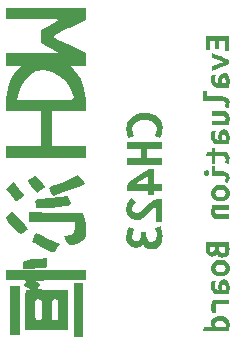
<source format=gbr>
%TF.GenerationSoftware,KiCad,Pcbnew,(6.0.0)*%
%TF.CreationDate,2022-01-19T10:56:36+01:00*%
%TF.ProjectId,CH423_ev_routed,43483432-335f-4657-965f-726f75746564,rev?*%
%TF.SameCoordinates,Original*%
%TF.FileFunction,Legend,Bot*%
%TF.FilePolarity,Positive*%
%FSLAX46Y46*%
G04 Gerber Fmt 4.6, Leading zero omitted, Abs format (unit mm)*
G04 Created by KiCad (PCBNEW (6.0.0)) date 2022-01-19 10:56:36*
%MOMM*%
%LPD*%
G01*
G04 APERTURE LIST*
G04 APERTURE END LIST*
G36*
X112037812Y-71893113D02*
G01*
X111813975Y-72193150D01*
X111747300Y-72483663D01*
X111844931Y-72759888D01*
X112123537Y-72869425D01*
X112375950Y-72781319D01*
X112633125Y-72557481D01*
X112769452Y-72416988D01*
X112911731Y-72266969D01*
X113062941Y-72116950D01*
X113226056Y-71976456D01*
X113402864Y-71852631D01*
X113595150Y-71752619D01*
X113804700Y-71686539D01*
X114033300Y-71664513D01*
X114133313Y-71662131D01*
X114252375Y-71674038D01*
X114252375Y-73598088D01*
X113766600Y-73598088D01*
X113766600Y-72331263D01*
X113609438Y-72381269D01*
X113440369Y-72502713D01*
X113278444Y-72655113D01*
X113142713Y-72797988D01*
X112904588Y-73040875D01*
X112647412Y-73255188D01*
X112373569Y-73407588D01*
X112080675Y-73464738D01*
X111711581Y-73388538D01*
X111447262Y-73183750D01*
X111290100Y-72888475D01*
X111237712Y-72540813D01*
X111261525Y-72292567D01*
X111332962Y-72043131D01*
X111454406Y-71807983D01*
X111628237Y-71602600D01*
X112037812Y-71893113D01*
G37*
G36*
X111507389Y-70245288D02*
G01*
X111735394Y-70054787D01*
X111977686Y-69869050D01*
X112223550Y-69692837D01*
X112468223Y-69528531D01*
X112706944Y-69378512D01*
X112930186Y-69248734D01*
X113128425Y-69145150D01*
X113557050Y-69145150D01*
X113557050Y-70373875D01*
X114252375Y-70373875D01*
X114252375Y-70959663D01*
X113557050Y-70959663D01*
X113557050Y-71278750D01*
X113076038Y-71278750D01*
X113076038Y-70959663D01*
X111304387Y-70959663D01*
X111304387Y-70435788D01*
X111370363Y-70373875D01*
X112037812Y-70373875D01*
X113076038Y-70373875D01*
X113076038Y-69707125D01*
X112804575Y-69850000D01*
X112530731Y-70019069D01*
X112271175Y-70197663D01*
X112037812Y-70373875D01*
X111370363Y-70373875D01*
X111507389Y-70245288D01*
G37*
G36*
X114252375Y-67435412D02*
G01*
X112952213Y-67435412D01*
X112952213Y-68216462D01*
X114252375Y-68216462D01*
X114252375Y-68802250D01*
X111304387Y-68802250D01*
X111304387Y-68216462D01*
X112466437Y-68216462D01*
X112466437Y-67435412D01*
X111304387Y-67435412D01*
X111304387Y-66849625D01*
X114252375Y-66849625D01*
X114252375Y-67435412D01*
G37*
G36*
X114204750Y-74121963D02*
G01*
X114257138Y-74329131D01*
X114297619Y-74562494D01*
X114314288Y-74793475D01*
X114297023Y-75068509D01*
X114245231Y-75303063D01*
X114161888Y-75498325D01*
X114049969Y-75655488D01*
X113752313Y-75860275D01*
X113376075Y-75926950D01*
X113136759Y-75895398D01*
X112933163Y-75800744D01*
X112770047Y-75648939D01*
X112652175Y-75445938D01*
X112404525Y-75712638D01*
X112066387Y-75812650D01*
X111737775Y-75755500D01*
X111473456Y-75579288D01*
X111299625Y-75276869D01*
X111253191Y-75077439D01*
X111237712Y-74845863D01*
X111259739Y-74592855D01*
X111325819Y-74367231D01*
X111499650Y-74026713D01*
X111928275Y-74236263D01*
X111792544Y-74519631D01*
X111737775Y-74850625D01*
X111830644Y-75119706D01*
X112085437Y-75217338D01*
X112266412Y-75172094D01*
X112380712Y-75055413D01*
X112442625Y-74893488D01*
X112461675Y-74712513D01*
X112461675Y-74493438D01*
X112947450Y-74493438D01*
X112947450Y-74674413D01*
X112970667Y-74935159D01*
X113040319Y-75145900D01*
X113168311Y-75285203D01*
X113366550Y-75331638D01*
X113685638Y-75210194D01*
X113782078Y-75044102D01*
X113814225Y-74788713D01*
X113801128Y-74563089D01*
X113761838Y-74371994D01*
X113661825Y-74088625D01*
X114152363Y-73974325D01*
X114204750Y-74121963D01*
G37*
G36*
X113123960Y-64403188D02*
G01*
X113429653Y-64464803D01*
X113693079Y-64567495D01*
X113914238Y-64711262D01*
X114136488Y-64963146D01*
X114269838Y-65280646D01*
X114314288Y-65663762D01*
X114298214Y-65923914D01*
X114249994Y-66151919D01*
X114109500Y-66487675D01*
X113647538Y-66340037D01*
X113752313Y-66099531D01*
X113804700Y-65720912D01*
X113737430Y-65380989D01*
X113535619Y-65151794D01*
X113330038Y-65055221D01*
X113072069Y-64997277D01*
X112761712Y-64977962D01*
X112495012Y-64994036D01*
X112275938Y-65042256D01*
X111963994Y-65208944D01*
X111797306Y-65442306D01*
X111747300Y-65711387D01*
X111797306Y-66066194D01*
X111918750Y-66330512D01*
X111452025Y-66482912D01*
X111394875Y-66385281D01*
X111323437Y-66225737D01*
X111263906Y-66004281D01*
X111237712Y-65720912D01*
X111263311Y-65441711D01*
X111340106Y-65185131D01*
X111466312Y-64956531D01*
X111640144Y-64761269D01*
X111859814Y-64602320D01*
X112123537Y-64482662D01*
X112429528Y-64407653D01*
X112776000Y-64382650D01*
X113123960Y-64403188D01*
G37*
G36*
X102176089Y-70775952D02*
G01*
X102658069Y-71322016D01*
X102299662Y-71586440D01*
X102234365Y-71634245D01*
X102014762Y-71788614D01*
X101910832Y-71850865D01*
X101857103Y-71797731D01*
X101695857Y-71602866D01*
X101470539Y-71314075D01*
X101060670Y-70777286D01*
X101377389Y-70503588D01*
X101694109Y-70229889D01*
X102176089Y-70775952D01*
G37*
G36*
X103630619Y-74557583D02*
G01*
X103844941Y-74651691D01*
X104193743Y-74813885D01*
X104627906Y-75021559D01*
X105616543Y-75500087D01*
X105370741Y-75845284D01*
X105291481Y-75949627D01*
X105089467Y-76116833D01*
X104872658Y-76114501D01*
X104802614Y-76088244D01*
X104533853Y-75964416D01*
X104171884Y-75782861D01*
X103792813Y-75583245D01*
X103472750Y-75405234D01*
X103287801Y-75288495D01*
X103280842Y-75265450D01*
X103318236Y-75097619D01*
X103408431Y-74855393D01*
X103511629Y-74637591D01*
X103588032Y-74543031D01*
X103630619Y-74557583D01*
G37*
G36*
X106294211Y-71434683D02*
G01*
X106426077Y-71632679D01*
X106486449Y-71792252D01*
X106529955Y-71988973D01*
X106484082Y-72128694D01*
X106319946Y-72225158D01*
X106008659Y-72292107D01*
X105521336Y-72343283D01*
X104829091Y-72392429D01*
X104568145Y-72409345D01*
X104126473Y-72432906D01*
X103852875Y-72430096D01*
X103701945Y-72393489D01*
X103628277Y-72315657D01*
X103586464Y-72189173D01*
X103555770Y-72070059D01*
X103527836Y-71868366D01*
X103586427Y-71739760D01*
X103768371Y-71663215D01*
X104110499Y-71617705D01*
X104649639Y-71582204D01*
X104933602Y-71563879D01*
X105429523Y-71522493D01*
X105824905Y-71477607D01*
X106053082Y-71436157D01*
X106088546Y-71426032D01*
X106294211Y-71434683D01*
G37*
G36*
X104561851Y-77051774D02*
G01*
X104552810Y-77258833D01*
X104486351Y-77390636D01*
X104304010Y-77459982D01*
X103947335Y-77510502D01*
X103748076Y-77532161D01*
X103279934Y-77569925D01*
X102893879Y-77585331D01*
X102850008Y-77585320D01*
X102584577Y-77564236D01*
X102475861Y-77467344D01*
X102454938Y-77240501D01*
X102461881Y-77099886D01*
X102510401Y-76974646D01*
X102638994Y-76888183D01*
X102886020Y-76826653D01*
X103289839Y-76776212D01*
X103888809Y-76723017D01*
X104561851Y-76666858D01*
X104561851Y-77051774D01*
G37*
G36*
X105290065Y-72814006D02*
G01*
X107539939Y-72845796D01*
X107687879Y-73138423D01*
X107766470Y-73389837D01*
X107821458Y-73817349D01*
X107832118Y-74294159D01*
X107797113Y-74727481D01*
X107715103Y-75024532D01*
X107707200Y-75038879D01*
X107525147Y-75240245D01*
X107209463Y-75395450D01*
X106709934Y-75529734D01*
X106467772Y-75561263D01*
X106303449Y-75481607D01*
X106153436Y-75233019D01*
X106126470Y-75178028D01*
X106022072Y-74939182D01*
X105995214Y-74827177D01*
X106003337Y-74822121D01*
X106157647Y-74769444D01*
X106434662Y-74693049D01*
X106508006Y-74673567D01*
X106734970Y-74579559D01*
X106838730Y-74414664D01*
X106880332Y-74097275D01*
X106916325Y-73606625D01*
X103040192Y-73606625D01*
X103040192Y-72782216D01*
X105290065Y-72814006D01*
G37*
G36*
X104386955Y-79329894D02*
G01*
X105030054Y-79342109D01*
X106317611Y-79342109D01*
X106317611Y-82736579D01*
X102689040Y-82736579D01*
X102689040Y-81039344D01*
X103508395Y-81039344D01*
X103509470Y-81347685D01*
X103522841Y-81670826D01*
X103564931Y-81840588D01*
X103652179Y-81906284D01*
X103801021Y-81917224D01*
X103903802Y-81913997D01*
X104011515Y-81873886D01*
X104068103Y-81747614D01*
X104090001Y-81485871D01*
X104093648Y-81039344D01*
X104913003Y-81039344D01*
X104914079Y-81347685D01*
X104927449Y-81670826D01*
X104969540Y-81840588D01*
X105056788Y-81906284D01*
X105205630Y-81917224D01*
X105308410Y-81913997D01*
X105416124Y-81873886D01*
X105472711Y-81747614D01*
X105494610Y-81485871D01*
X105498256Y-81039344D01*
X105497181Y-80731003D01*
X105483810Y-80407863D01*
X105441720Y-80238100D01*
X105354472Y-80172405D01*
X105205630Y-80161464D01*
X105102849Y-80164691D01*
X104995136Y-80204802D01*
X104938548Y-80331074D01*
X104916650Y-80592818D01*
X104913003Y-81039344D01*
X104093648Y-81039344D01*
X104092572Y-80731003D01*
X104079202Y-80407863D01*
X104037112Y-80238100D01*
X103949864Y-80172405D01*
X103801021Y-80161464D01*
X103698241Y-80164691D01*
X103590528Y-80204802D01*
X103533940Y-80331074D01*
X103512042Y-80592818D01*
X103508395Y-81039344D01*
X102689040Y-81039344D01*
X102689227Y-80664199D01*
X102692753Y-80112240D01*
X102705071Y-79739939D01*
X102731688Y-79511641D01*
X102778111Y-79391687D01*
X102849847Y-79344421D01*
X102952404Y-79334187D01*
X103111398Y-79325293D01*
X103120730Y-79289660D01*
X102923141Y-79194135D01*
X102715378Y-79098211D01*
X102591768Y-79036506D01*
X102597268Y-78963800D01*
X102683675Y-78766881D01*
X102725698Y-78681987D01*
X102732823Y-78592038D01*
X102630717Y-78544531D01*
X102377759Y-78525945D01*
X101932329Y-78522754D01*
X101050330Y-78522754D01*
X101050330Y-77703400D01*
X107839270Y-77703400D01*
X107839270Y-78522754D01*
X105586044Y-78531995D01*
X105233979Y-78533980D01*
X104521130Y-78543193D01*
X104021561Y-78559311D01*
X103720488Y-78583305D01*
X103603131Y-78616144D01*
X103654708Y-78658800D01*
X103856997Y-78754301D01*
X103971797Y-78903155D01*
X103859547Y-79049482D01*
X103759955Y-79127633D01*
X103761419Y-79225034D01*
X103801021Y-79237853D01*
X103967248Y-79291661D01*
X104386955Y-79329894D01*
G37*
G36*
X102250100Y-73387538D02*
G01*
X102371007Y-73521869D01*
X102653264Y-73846705D01*
X102849551Y-74089345D01*
X102923141Y-74205172D01*
X102923077Y-74206802D01*
X102831426Y-74320052D01*
X102618041Y-74481915D01*
X102469835Y-74572976D01*
X102318884Y-74608099D01*
X102156749Y-74520926D01*
X101905556Y-74290538D01*
X101803341Y-74189521D01*
X101497545Y-73860281D01*
X101260920Y-73569834D01*
X101023668Y-73240417D01*
X101577058Y-72646737D01*
X102250100Y-73387538D01*
G37*
G36*
X107166229Y-78756889D02*
G01*
X107546644Y-78756923D01*
X107546644Y-83321873D01*
X106785814Y-83321833D01*
X106785814Y-78756856D01*
X107166229Y-78756889D01*
G37*
G36*
X104767123Y-58858238D02*
G01*
X103977463Y-58448561D01*
X103976597Y-57362125D01*
X104736994Y-56968937D01*
X104787112Y-56942833D01*
X105146924Y-56743067D01*
X105401265Y-56580420D01*
X105497824Y-56487962D01*
X105497343Y-56486113D01*
X105372501Y-56458959D01*
X105051835Y-56435369D01*
X104571285Y-56416762D01*
X103966791Y-56404557D01*
X103274293Y-56400174D01*
X101050330Y-56400174D01*
X101050330Y-55463768D01*
X107839270Y-55463768D01*
X107839270Y-56479403D01*
X106434662Y-57151389D01*
X106311753Y-57210524D01*
X105809613Y-57459589D01*
X105402571Y-57673361D01*
X105129695Y-57830726D01*
X105030054Y-57910565D01*
X105035031Y-57920238D01*
X105176255Y-58017493D01*
X105482814Y-58186086D01*
X105915389Y-58405205D01*
X106434662Y-58654039D01*
X107839270Y-59310323D01*
X107839270Y-60379897D01*
X106519790Y-60379897D01*
X106845774Y-60701787D01*
X107010765Y-60882856D01*
X107415294Y-61538487D01*
X107689037Y-62349127D01*
X107817697Y-63276902D01*
X107868627Y-64242570D01*
X104913003Y-64242570D01*
X104913003Y-67168837D01*
X107839270Y-67168837D01*
X107839270Y-68222294D01*
X101050330Y-68222294D01*
X101050330Y-67168837D01*
X103976597Y-67168837D01*
X103976597Y-64242570D01*
X101021695Y-64242570D01*
X101068739Y-63306165D01*
X101968135Y-63306165D01*
X104376975Y-63306165D01*
X104889808Y-63306478D01*
X105621805Y-63303786D01*
X106155317Y-63287001D01*
X106513036Y-63244490D01*
X106717653Y-63164622D01*
X106791859Y-63035766D01*
X106758345Y-62846290D01*
X106639802Y-62584562D01*
X106458922Y-62238951D01*
X106110326Y-61708545D01*
X105576287Y-61203051D01*
X104960121Y-60877049D01*
X104297638Y-60748287D01*
X103624652Y-60834509D01*
X103581817Y-60848161D01*
X103083101Y-61130464D01*
X102640581Y-61600682D01*
X102285462Y-62217156D01*
X102048949Y-62938223D01*
X101968135Y-63306165D01*
X101068739Y-63306165D01*
X101073149Y-63218376D01*
X101114784Y-62711651D01*
X101270563Y-61939225D01*
X101545399Y-61305294D01*
X101957109Y-60760312D01*
X102314761Y-60379897D01*
X101050330Y-60379897D01*
X101050330Y-59331496D01*
X104297638Y-59285681D01*
X105556782Y-59267916D01*
X104767123Y-58858238D01*
G37*
G36*
X103553371Y-69751513D02*
G01*
X103723222Y-69873380D01*
X103985941Y-70142054D01*
X104177042Y-70345816D01*
X104367130Y-70552441D01*
X104441874Y-70639534D01*
X104433317Y-70648724D01*
X104296850Y-70740152D01*
X104046260Y-70892379D01*
X103647720Y-71127524D01*
X103285430Y-70676703D01*
X103163588Y-70519421D01*
X102990942Y-70269663D01*
X102923141Y-70129079D01*
X103012500Y-70006557D01*
X103228038Y-69847275D01*
X103229898Y-69846147D01*
X103410794Y-69750939D01*
X103553371Y-69751513D01*
G37*
G36*
X107417440Y-69960581D02*
G01*
X107461974Y-70005948D01*
X107647116Y-70217033D01*
X107722220Y-70343099D01*
X107719499Y-70353969D01*
X107574654Y-70459400D01*
X107217386Y-70623037D01*
X106658831Y-70840191D01*
X105910123Y-71106174D01*
X105092958Y-71387132D01*
X104888532Y-71121533D01*
X104744806Y-70908588D01*
X104710790Y-70717415D01*
X104867053Y-70583027D01*
X105234892Y-70465056D01*
X105502687Y-70383497D01*
X105987508Y-70199710D01*
X106451772Y-69989175D01*
X107112661Y-69655802D01*
X107417440Y-69960581D01*
G37*
G36*
X102220837Y-83204782D02*
G01*
X101401482Y-83204782D01*
X101401482Y-78990957D01*
X102220837Y-78990957D01*
X102220837Y-83204782D01*
G37*
G36*
X119953088Y-80570388D02*
G01*
X118845012Y-80570388D01*
X118814850Y-80732313D01*
X118806912Y-80894238D01*
X118810087Y-80979963D01*
X118821200Y-81084738D01*
X118838662Y-81191100D01*
X118857712Y-81281588D01*
X118495762Y-81351438D01*
X118465600Y-81229200D01*
X118446550Y-81094263D01*
X118435437Y-80968850D01*
X118432262Y-80878363D01*
X118440994Y-80673178D01*
X118467187Y-80495775D01*
X118507669Y-80334247D01*
X118559262Y-80176688D01*
X119953088Y-80176688D01*
X119953088Y-80570388D01*
G37*
G36*
X118884700Y-78166913D02*
G01*
X118750556Y-78105397D01*
X118637050Y-78022450D01*
X118545769Y-77920056D01*
X118478300Y-77800200D01*
X118436628Y-77664866D01*
X118422737Y-77516038D01*
X118762462Y-77516038D01*
X118793022Y-77652959D01*
X118884700Y-77746225D01*
X119026384Y-77799803D01*
X119206963Y-77817663D01*
X119387938Y-77798216D01*
X119530813Y-77739875D01*
X119623681Y-77643434D01*
X119654638Y-77509688D01*
X119623681Y-77372766D01*
X119530813Y-77279500D01*
X119387938Y-77225922D01*
X119206963Y-77208063D01*
X119026384Y-77227509D01*
X118884700Y-77285850D01*
X118793022Y-77382291D01*
X118762462Y-77516038D01*
X118422737Y-77516038D01*
X118436628Y-77369194D01*
X118478300Y-77233463D01*
X118545769Y-77112416D01*
X118637050Y-77009625D01*
X118750556Y-76926281D01*
X118884700Y-76863575D01*
X119036703Y-76824284D01*
X119203788Y-76811188D01*
X119373253Y-76823888D01*
X119526050Y-76861988D01*
X119660591Y-76923503D01*
X119775288Y-77006450D01*
X119868156Y-77108844D01*
X119937213Y-77228700D01*
X119980075Y-77364828D01*
X119994363Y-77516038D01*
X119980075Y-77667247D01*
X119937213Y-77803375D01*
X119868156Y-77922834D01*
X119775288Y-78024038D01*
X119660591Y-78105794D01*
X119526050Y-78166913D01*
X119373253Y-78205013D01*
X119203788Y-78217713D01*
X119036703Y-78205013D01*
X118884700Y-78166913D01*
G37*
G36*
X118092537Y-62958662D02*
G01*
X119359363Y-62958662D01*
X119630428Y-62989619D01*
X119827675Y-63082487D01*
X119947928Y-63242825D01*
X119988013Y-63476187D01*
X119975313Y-63652400D01*
X119945150Y-63784162D01*
X119911813Y-63871475D01*
X119889588Y-63914337D01*
X119575263Y-63863537D01*
X119616538Y-63758762D01*
X119648288Y-63561912D01*
X119594313Y-63409512D01*
X119387938Y-63349187D01*
X117768687Y-63349187D01*
X117768687Y-62545912D01*
X118092537Y-62545912D01*
X118092537Y-62958662D01*
G37*
G36*
X118784687Y-69308662D02*
G01*
X119333963Y-69308662D01*
X119480806Y-69315012D01*
X119610188Y-69334062D01*
X119814975Y-69421375D01*
X119943563Y-69586475D01*
X119976900Y-69701966D01*
X119988013Y-69842062D01*
X119967375Y-70037325D01*
X119889588Y-70264337D01*
X119575263Y-70213537D01*
X119634000Y-70042087D01*
X119648288Y-69911912D01*
X119583200Y-69748400D01*
X119384763Y-69699187D01*
X118460837Y-69699187D01*
X118460837Y-68895912D01*
X118784687Y-68895912D01*
X118784687Y-69308662D01*
G37*
G36*
X118784687Y-67648137D02*
G01*
X119397463Y-67648137D01*
X119566928Y-67657662D01*
X119700675Y-67686237D01*
X119880063Y-67797362D01*
X119965788Y-67975162D01*
X119988013Y-68216462D01*
X119968963Y-68459350D01*
X119905463Y-68692712D01*
X119568913Y-68638737D01*
X119610188Y-68538725D01*
X119634000Y-68449825D01*
X119645113Y-68360925D01*
X119648288Y-68260912D01*
X119638763Y-68168837D01*
X119600663Y-68098987D01*
X119521288Y-68054537D01*
X119387938Y-68038662D01*
X118784687Y-68038662D01*
X118784687Y-68664137D01*
X118460837Y-68664137D01*
X118460837Y-68038662D01*
X118022687Y-68038662D01*
X118086187Y-67648137D01*
X118460837Y-67648137D01*
X118460837Y-67308412D01*
X118784687Y-67308412D01*
X118784687Y-67648137D01*
G37*
G36*
X119953088Y-59129612D02*
G01*
X119629238Y-59129612D01*
X119629238Y-58259662D01*
X119076788Y-58259662D01*
X119076788Y-58954987D01*
X118752937Y-58954987D01*
X118752937Y-58259662D01*
X118311612Y-58259662D01*
X118311612Y-59059762D01*
X117987762Y-59059762D01*
X117987762Y-57869137D01*
X119953088Y-57869137D01*
X119953088Y-59129612D01*
G37*
G36*
X119133938Y-78633638D02*
G01*
X119276813Y-78497112D01*
X119495888Y-78446313D01*
X119726075Y-78490763D01*
X119878475Y-78617763D01*
X119962613Y-78816200D01*
X119988013Y-79074963D01*
X119981663Y-79274194D01*
X119962613Y-79452788D01*
X119918163Y-79706788D01*
X119029163Y-79706788D01*
X118776750Y-79675038D01*
X118586250Y-79570263D01*
X118465600Y-79375000D01*
X118433453Y-79237284D01*
X118422737Y-79068613D01*
X118427897Y-78928119D01*
X118443375Y-78792388D01*
X118489412Y-78586013D01*
X118803737Y-78639988D01*
X118765637Y-78806675D01*
X118749762Y-79020988D01*
X118768416Y-79167038D01*
X118824375Y-79262288D01*
X119010113Y-79332138D01*
X119057738Y-79332138D01*
X119038688Y-79205931D01*
X119035846Y-79141638D01*
X119305388Y-79141638D01*
X119310150Y-79240063D01*
X119321263Y-79332138D01*
X119664163Y-79332138D01*
X119672100Y-79227363D01*
X119673688Y-79103538D01*
X119630825Y-78906688D01*
X119486363Y-78830488D01*
X119394288Y-78855888D01*
X119340313Y-78924150D01*
X119313325Y-79024163D01*
X119305388Y-79141638D01*
X119035846Y-79141638D01*
X119032338Y-79062263D01*
X119056150Y-78830488D01*
X119133938Y-78633638D01*
G37*
G36*
X117816312Y-82456338D02*
G01*
X118495762Y-82456338D01*
X118446550Y-82322988D01*
X118436571Y-82234088D01*
X118765637Y-82234088D01*
X118783100Y-82354738D01*
X118825962Y-82456338D01*
X119638763Y-82456338D01*
X119648288Y-82370613D01*
X119651463Y-82281713D01*
X119619713Y-82139234D01*
X119524463Y-82042000D01*
X119379206Y-81986041D01*
X119197438Y-81967388D01*
X119012494Y-81983263D01*
X118876763Y-82030888D01*
X118793419Y-82113438D01*
X118765637Y-82234088D01*
X118436571Y-82234088D01*
X118429087Y-82167413D01*
X118452547Y-81986614D01*
X118522926Y-81837918D01*
X118640225Y-81721325D01*
X118798093Y-81637540D01*
X118990181Y-81587269D01*
X119216488Y-81570513D01*
X119438738Y-81590444D01*
X119627121Y-81650240D01*
X119781638Y-81749900D01*
X119896290Y-81888365D01*
X119965082Y-82064578D01*
X119988013Y-82278538D01*
X119982456Y-82429350D01*
X119965788Y-82583338D01*
X119940388Y-82727006D01*
X119908638Y-82846863D01*
X117749637Y-82846863D01*
X117816312Y-82456338D01*
G37*
G36*
X118681798Y-59368630D02*
G01*
X118893828Y-59437984D01*
X119096929Y-59509124D01*
X119291100Y-59582050D01*
X119533282Y-59679946D01*
X119753944Y-59776783D01*
X119953088Y-59872562D01*
X119953088Y-60199587D01*
X119753944Y-60296954D01*
X119533282Y-60398554D01*
X119291100Y-60504387D01*
X119096929Y-60583564D01*
X118893828Y-60659169D01*
X118681798Y-60731202D01*
X118460837Y-60799662D01*
X118460837Y-60402787D01*
X118585456Y-60369847D01*
X118718012Y-60328175D01*
X118854934Y-60281344D01*
X118992650Y-60232925D01*
X119128778Y-60183316D01*
X119260938Y-60132912D01*
X119499063Y-60040837D01*
X119260938Y-59953525D01*
X119128778Y-59907884D01*
X118992650Y-59863037D01*
X118854934Y-59819778D01*
X118718012Y-59778900D01*
X118585456Y-59741991D01*
X118460837Y-59710637D01*
X118460837Y-59301062D01*
X118681798Y-59368630D01*
G37*
G36*
X119133938Y-61171137D02*
G01*
X119276813Y-61034612D01*
X119495888Y-60983812D01*
X119726075Y-61028262D01*
X119878475Y-61155262D01*
X119962613Y-61353700D01*
X119988013Y-61612462D01*
X119981663Y-61811694D01*
X119962613Y-61990287D01*
X119918163Y-62244287D01*
X119029163Y-62244287D01*
X118776750Y-62212537D01*
X118586250Y-62107762D01*
X118465600Y-61912500D01*
X118433453Y-61774784D01*
X118422737Y-61606112D01*
X118427897Y-61465619D01*
X118443375Y-61329887D01*
X118489412Y-61123512D01*
X118803737Y-61177487D01*
X118765637Y-61344175D01*
X118749762Y-61558487D01*
X118768416Y-61704537D01*
X118824375Y-61799787D01*
X119010113Y-61869637D01*
X119057738Y-61869637D01*
X119038688Y-61743431D01*
X119035846Y-61679137D01*
X119305388Y-61679137D01*
X119310150Y-61777562D01*
X119321263Y-61869637D01*
X119664163Y-61869637D01*
X119672100Y-61764862D01*
X119673688Y-61641037D01*
X119630825Y-61444187D01*
X119486363Y-61367987D01*
X119394288Y-61393387D01*
X119340313Y-61461650D01*
X119313325Y-61561662D01*
X119305388Y-61679137D01*
X119035846Y-61679137D01*
X119032338Y-61599762D01*
X119056150Y-61367987D01*
X119133938Y-61171137D01*
G37*
G36*
X119438738Y-64212787D02*
G01*
X119572088Y-64231837D01*
X119792750Y-64325500D01*
X119937213Y-64511237D01*
X119975313Y-64645381D01*
X119988013Y-64812862D01*
X119980869Y-64987091D01*
X119959438Y-65147825D01*
X119930863Y-65290303D01*
X119902288Y-65409762D01*
X118460837Y-65409762D01*
X118460837Y-65016062D01*
X119632413Y-65016062D01*
X119648288Y-64838262D01*
X119548275Y-64646175D01*
X119421672Y-64609266D01*
X119241888Y-64596962D01*
X118460837Y-64596962D01*
X118460837Y-64206437D01*
X119292688Y-64206437D01*
X119438738Y-64212787D01*
G37*
G36*
X118884700Y-71816913D02*
G01*
X118750556Y-71755397D01*
X118637050Y-71672450D01*
X118545769Y-71570056D01*
X118478300Y-71450200D01*
X118436628Y-71314866D01*
X118422737Y-71166038D01*
X118762462Y-71166038D01*
X118793022Y-71302959D01*
X118884700Y-71396225D01*
X119026384Y-71449803D01*
X119206963Y-71467663D01*
X119387938Y-71448216D01*
X119530813Y-71389875D01*
X119623681Y-71293434D01*
X119654638Y-71159688D01*
X119623681Y-71022766D01*
X119530813Y-70929500D01*
X119387938Y-70875922D01*
X119206963Y-70858062D01*
X119026384Y-70877509D01*
X118884700Y-70935850D01*
X118793022Y-71032291D01*
X118762462Y-71166038D01*
X118422737Y-71166038D01*
X118436628Y-71019194D01*
X118478300Y-70883463D01*
X118545769Y-70762416D01*
X118637050Y-70659625D01*
X118750556Y-70576281D01*
X118884700Y-70513575D01*
X119036703Y-70474284D01*
X119203788Y-70461188D01*
X119373253Y-70473888D01*
X119526050Y-70511988D01*
X119660591Y-70573503D01*
X119775288Y-70656450D01*
X119868156Y-70758844D01*
X119937213Y-70878700D01*
X119980075Y-71014828D01*
X119994363Y-71166038D01*
X119980075Y-71317247D01*
X119937213Y-71453375D01*
X119868156Y-71572834D01*
X119775288Y-71674038D01*
X119660591Y-71755794D01*
X119526050Y-71816913D01*
X119373253Y-71855013D01*
X119203788Y-71867713D01*
X119036703Y-71855013D01*
X118884700Y-71816913D01*
G37*
G36*
X119953088Y-72547163D02*
G01*
X118781512Y-72547163D01*
X118771987Y-72637650D01*
X118768812Y-72724963D01*
X118860887Y-72918638D01*
X118982331Y-72954356D01*
X119162513Y-72966263D01*
X119953088Y-72966263D01*
X119953088Y-73356788D01*
X119111713Y-73356788D01*
X118966059Y-73349644D01*
X118833900Y-73328213D01*
X118618000Y-73231375D01*
X118478300Y-73045638D01*
X118441391Y-72913081D01*
X118429087Y-72750363D01*
X118435437Y-72576134D01*
X118454487Y-72415400D01*
X118480681Y-72273716D01*
X118508462Y-72156638D01*
X119953088Y-72156638D01*
X119953088Y-72547163D01*
G37*
G36*
X119099013Y-76549250D02*
G01*
X118987888Y-76445666D01*
X118902163Y-76277788D01*
X118730712Y-76460350D01*
X118614825Y-76511547D01*
X118483062Y-76528613D01*
X118298912Y-76500038D01*
X118132225Y-76392088D01*
X118011575Y-76173013D01*
X117977047Y-76012675D01*
X117968981Y-75871388D01*
X118305262Y-75871388D01*
X118313200Y-75976163D01*
X118344950Y-76065063D01*
X118411625Y-76125388D01*
X118524337Y-76147613D01*
X118703725Y-76071413D01*
X118752311Y-75903138D01*
X119092663Y-75903138D01*
X119154575Y-76146025D01*
X119359363Y-76236513D01*
X119500650Y-76204763D01*
X119586375Y-76123800D01*
X119627650Y-76011088D01*
X119638763Y-75880913D01*
X119635588Y-75784075D01*
X119626063Y-75693588D01*
X119092663Y-75693588D01*
X119092663Y-75903138D01*
X118752311Y-75903138D01*
X118768812Y-75845988D01*
X118768812Y-75693588D01*
X118317962Y-75693588D01*
X118308437Y-75779313D01*
X118305262Y-75871388D01*
X117968981Y-75871388D01*
X117965537Y-75811063D01*
X117979825Y-75547538D01*
X118013162Y-75303063D01*
X119921338Y-75303063D01*
X119946341Y-75440381D01*
X119964200Y-75579288D01*
X119974916Y-75716606D01*
X119978488Y-75849163D01*
X119970947Y-76005928D01*
X119948325Y-76152375D01*
X119907844Y-76284138D01*
X119846725Y-76396850D01*
X119656225Y-76560363D01*
X119522478Y-76605606D01*
X119359363Y-76620688D01*
X119226013Y-76602828D01*
X119099013Y-76549250D01*
G37*
G36*
X118213187Y-69262625D02*
G01*
X118279862Y-69435662D01*
X118213187Y-69610287D01*
X118032212Y-69683312D01*
X117848062Y-69610287D01*
X117781387Y-69435662D01*
X117848062Y-69262625D01*
X118032212Y-69191187D01*
X118213187Y-69262625D01*
G37*
G36*
X119133938Y-65933637D02*
G01*
X119276813Y-65797112D01*
X119495888Y-65746312D01*
X119726075Y-65790762D01*
X119878475Y-65917762D01*
X119962613Y-66116200D01*
X119988013Y-66374962D01*
X119981663Y-66574194D01*
X119962613Y-66752787D01*
X119918163Y-67006787D01*
X119029163Y-67006787D01*
X118776750Y-66975037D01*
X118586250Y-66870262D01*
X118465600Y-66675000D01*
X118433453Y-66537284D01*
X118422737Y-66368612D01*
X118427897Y-66228119D01*
X118443375Y-66092387D01*
X118489412Y-65886012D01*
X118803737Y-65939987D01*
X118765637Y-66106675D01*
X118749762Y-66320987D01*
X118768416Y-66467037D01*
X118824375Y-66562287D01*
X119010113Y-66632137D01*
X119057738Y-66632137D01*
X119038688Y-66505931D01*
X119035846Y-66441637D01*
X119305388Y-66441637D01*
X119310150Y-66540062D01*
X119321263Y-66632137D01*
X119664163Y-66632137D01*
X119672100Y-66527362D01*
X119673688Y-66403537D01*
X119630825Y-66206687D01*
X119486363Y-66130487D01*
X119394288Y-66155887D01*
X119340313Y-66224150D01*
X119313325Y-66324163D01*
X119305388Y-66441637D01*
X119035846Y-66441637D01*
X119032338Y-66362262D01*
X119056150Y-66130487D01*
X119133938Y-65933637D01*
G37*
M02*

</source>
